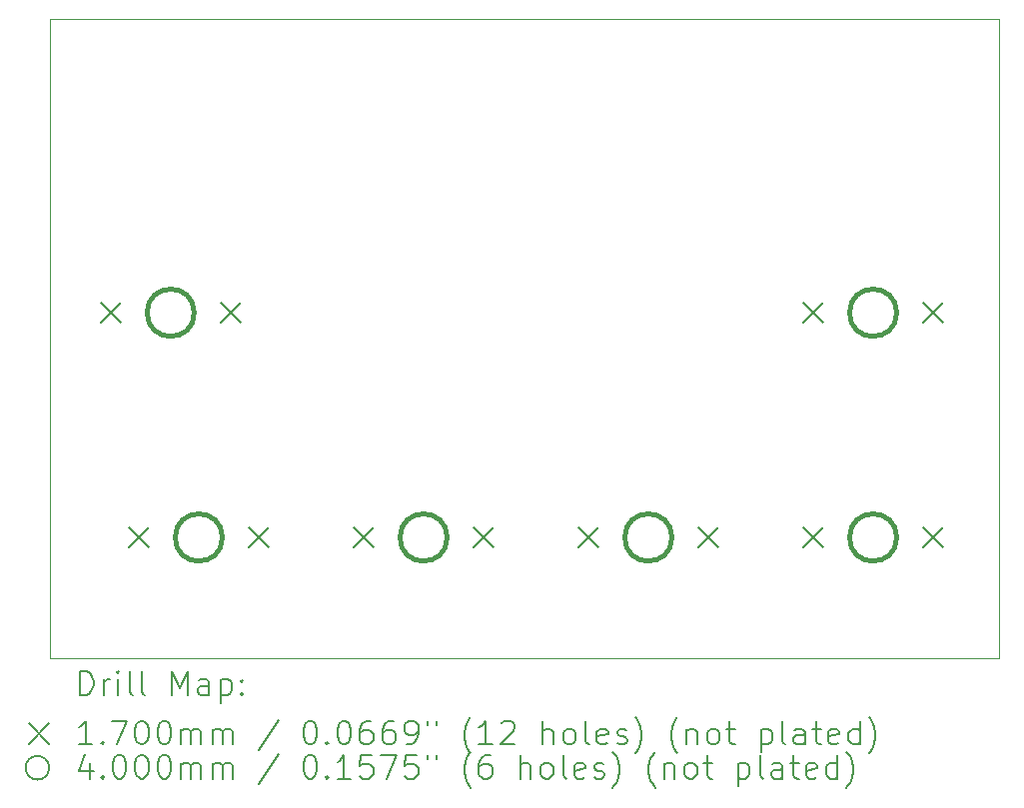
<source format=gbr>
%TF.GenerationSoftware,KiCad,Pcbnew,9.0.6*%
%TF.CreationDate,2025-12-08T21:16:02+04:00*%
%TF.ProjectId,L3MON hackpad,4c334d4f-4e20-4686-9163-6b7061642e6b,rev?*%
%TF.SameCoordinates,Original*%
%TF.FileFunction,Drillmap*%
%TF.FilePolarity,Positive*%
%FSLAX45Y45*%
G04 Gerber Fmt 4.5, Leading zero omitted, Abs format (unit mm)*
G04 Created by KiCad (PCBNEW 9.0.6) date 2025-12-08 21:16:02*
%MOMM*%
%LPD*%
G01*
G04 APERTURE LIST*
%ADD10C,0.050000*%
%ADD11C,0.200000*%
%ADD12C,0.170000*%
%ADD13C,0.400000*%
G04 APERTURE END LIST*
D10*
X9688375Y-3228000D02*
X17737625Y-3228000D01*
X17737625Y-8639875D01*
X9688375Y-8639875D01*
X9688375Y-3228000D01*
D11*
D12*
X10122625Y-5630000D02*
X10292625Y-5800000D01*
X10292625Y-5630000D02*
X10122625Y-5800000D01*
X10360750Y-7535000D02*
X10530750Y-7705000D01*
X10530750Y-7535000D02*
X10360750Y-7705000D01*
X11138625Y-5630000D02*
X11308625Y-5800000D01*
X11308625Y-5630000D02*
X11138625Y-5800000D01*
X11376750Y-7535000D02*
X11546750Y-7705000D01*
X11546750Y-7535000D02*
X11376750Y-7705000D01*
X12265750Y-7535000D02*
X12435750Y-7705000D01*
X12435750Y-7535000D02*
X12265750Y-7705000D01*
X13281750Y-7535000D02*
X13451750Y-7705000D01*
X13451750Y-7535000D02*
X13281750Y-7705000D01*
X14170750Y-7535000D02*
X14340750Y-7705000D01*
X14340750Y-7535000D02*
X14170750Y-7705000D01*
X15186750Y-7535000D02*
X15356750Y-7705000D01*
X15356750Y-7535000D02*
X15186750Y-7705000D01*
X16075750Y-5630000D02*
X16245750Y-5800000D01*
X16245750Y-5630000D02*
X16075750Y-5800000D01*
X16075750Y-7535000D02*
X16245750Y-7705000D01*
X16245750Y-7535000D02*
X16075750Y-7705000D01*
X17091750Y-5630000D02*
X17261750Y-5800000D01*
X17261750Y-5630000D02*
X17091750Y-5800000D01*
X17091750Y-7535000D02*
X17261750Y-7705000D01*
X17261750Y-7535000D02*
X17091750Y-7705000D01*
D13*
X10915625Y-5715000D02*
G75*
G02*
X10515625Y-5715000I-200000J0D01*
G01*
X10515625Y-5715000D02*
G75*
G02*
X10915625Y-5715000I200000J0D01*
G01*
X11153750Y-7620000D02*
G75*
G02*
X10753750Y-7620000I-200000J0D01*
G01*
X10753750Y-7620000D02*
G75*
G02*
X11153750Y-7620000I200000J0D01*
G01*
X13058750Y-7620000D02*
G75*
G02*
X12658750Y-7620000I-200000J0D01*
G01*
X12658750Y-7620000D02*
G75*
G02*
X13058750Y-7620000I200000J0D01*
G01*
X14963750Y-7620000D02*
G75*
G02*
X14563750Y-7620000I-200000J0D01*
G01*
X14563750Y-7620000D02*
G75*
G02*
X14963750Y-7620000I200000J0D01*
G01*
X16868750Y-5715000D02*
G75*
G02*
X16468750Y-5715000I-200000J0D01*
G01*
X16468750Y-5715000D02*
G75*
G02*
X16868750Y-5715000I200000J0D01*
G01*
X16868750Y-7620000D02*
G75*
G02*
X16468750Y-7620000I-200000J0D01*
G01*
X16468750Y-7620000D02*
G75*
G02*
X16868750Y-7620000I200000J0D01*
G01*
D11*
X9946652Y-8953859D02*
X9946652Y-8753859D01*
X9946652Y-8753859D02*
X9994271Y-8753859D01*
X9994271Y-8753859D02*
X10022842Y-8763383D01*
X10022842Y-8763383D02*
X10041890Y-8782430D01*
X10041890Y-8782430D02*
X10051414Y-8801478D01*
X10051414Y-8801478D02*
X10060938Y-8839573D01*
X10060938Y-8839573D02*
X10060938Y-8868145D01*
X10060938Y-8868145D02*
X10051414Y-8906240D01*
X10051414Y-8906240D02*
X10041890Y-8925287D01*
X10041890Y-8925287D02*
X10022842Y-8944335D01*
X10022842Y-8944335D02*
X9994271Y-8953859D01*
X9994271Y-8953859D02*
X9946652Y-8953859D01*
X10146652Y-8953859D02*
X10146652Y-8820525D01*
X10146652Y-8858621D02*
X10156176Y-8839573D01*
X10156176Y-8839573D02*
X10165699Y-8830049D01*
X10165699Y-8830049D02*
X10184747Y-8820525D01*
X10184747Y-8820525D02*
X10203795Y-8820525D01*
X10270461Y-8953859D02*
X10270461Y-8820525D01*
X10270461Y-8753859D02*
X10260938Y-8763383D01*
X10260938Y-8763383D02*
X10270461Y-8772906D01*
X10270461Y-8772906D02*
X10279985Y-8763383D01*
X10279985Y-8763383D02*
X10270461Y-8753859D01*
X10270461Y-8753859D02*
X10270461Y-8772906D01*
X10394271Y-8953859D02*
X10375223Y-8944335D01*
X10375223Y-8944335D02*
X10365699Y-8925287D01*
X10365699Y-8925287D02*
X10365699Y-8753859D01*
X10499033Y-8953859D02*
X10479985Y-8944335D01*
X10479985Y-8944335D02*
X10470461Y-8925287D01*
X10470461Y-8925287D02*
X10470461Y-8753859D01*
X10727604Y-8953859D02*
X10727604Y-8753859D01*
X10727604Y-8753859D02*
X10794271Y-8896716D01*
X10794271Y-8896716D02*
X10860938Y-8753859D01*
X10860938Y-8753859D02*
X10860938Y-8953859D01*
X11041890Y-8953859D02*
X11041890Y-8849097D01*
X11041890Y-8849097D02*
X11032366Y-8830049D01*
X11032366Y-8830049D02*
X11013319Y-8820525D01*
X11013319Y-8820525D02*
X10975223Y-8820525D01*
X10975223Y-8820525D02*
X10956176Y-8830049D01*
X11041890Y-8944335D02*
X11022842Y-8953859D01*
X11022842Y-8953859D02*
X10975223Y-8953859D01*
X10975223Y-8953859D02*
X10956176Y-8944335D01*
X10956176Y-8944335D02*
X10946652Y-8925287D01*
X10946652Y-8925287D02*
X10946652Y-8906240D01*
X10946652Y-8906240D02*
X10956176Y-8887192D01*
X10956176Y-8887192D02*
X10975223Y-8877668D01*
X10975223Y-8877668D02*
X11022842Y-8877668D01*
X11022842Y-8877668D02*
X11041890Y-8868145D01*
X11137128Y-8820525D02*
X11137128Y-9020525D01*
X11137128Y-8830049D02*
X11156176Y-8820525D01*
X11156176Y-8820525D02*
X11194271Y-8820525D01*
X11194271Y-8820525D02*
X11213318Y-8830049D01*
X11213318Y-8830049D02*
X11222842Y-8839573D01*
X11222842Y-8839573D02*
X11232366Y-8858621D01*
X11232366Y-8858621D02*
X11232366Y-8915764D01*
X11232366Y-8915764D02*
X11222842Y-8934811D01*
X11222842Y-8934811D02*
X11213318Y-8944335D01*
X11213318Y-8944335D02*
X11194271Y-8953859D01*
X11194271Y-8953859D02*
X11156176Y-8953859D01*
X11156176Y-8953859D02*
X11137128Y-8944335D01*
X11318080Y-8934811D02*
X11327604Y-8944335D01*
X11327604Y-8944335D02*
X11318080Y-8953859D01*
X11318080Y-8953859D02*
X11308557Y-8944335D01*
X11308557Y-8944335D02*
X11318080Y-8934811D01*
X11318080Y-8934811D02*
X11318080Y-8953859D01*
X11318080Y-8830049D02*
X11327604Y-8839573D01*
X11327604Y-8839573D02*
X11318080Y-8849097D01*
X11318080Y-8849097D02*
X11308557Y-8839573D01*
X11308557Y-8839573D02*
X11318080Y-8830049D01*
X11318080Y-8830049D02*
X11318080Y-8849097D01*
D12*
X9515875Y-9197375D02*
X9685875Y-9367375D01*
X9685875Y-9197375D02*
X9515875Y-9367375D01*
D11*
X10051414Y-9373859D02*
X9937128Y-9373859D01*
X9994271Y-9373859D02*
X9994271Y-9173859D01*
X9994271Y-9173859D02*
X9975223Y-9202430D01*
X9975223Y-9202430D02*
X9956176Y-9221478D01*
X9956176Y-9221478D02*
X9937128Y-9231002D01*
X10137128Y-9354811D02*
X10146652Y-9364335D01*
X10146652Y-9364335D02*
X10137128Y-9373859D01*
X10137128Y-9373859D02*
X10127604Y-9364335D01*
X10127604Y-9364335D02*
X10137128Y-9354811D01*
X10137128Y-9354811D02*
X10137128Y-9373859D01*
X10213319Y-9173859D02*
X10346652Y-9173859D01*
X10346652Y-9173859D02*
X10260938Y-9373859D01*
X10460938Y-9173859D02*
X10479985Y-9173859D01*
X10479985Y-9173859D02*
X10499033Y-9183383D01*
X10499033Y-9183383D02*
X10508557Y-9192906D01*
X10508557Y-9192906D02*
X10518080Y-9211954D01*
X10518080Y-9211954D02*
X10527604Y-9250049D01*
X10527604Y-9250049D02*
X10527604Y-9297668D01*
X10527604Y-9297668D02*
X10518080Y-9335764D01*
X10518080Y-9335764D02*
X10508557Y-9354811D01*
X10508557Y-9354811D02*
X10499033Y-9364335D01*
X10499033Y-9364335D02*
X10479985Y-9373859D01*
X10479985Y-9373859D02*
X10460938Y-9373859D01*
X10460938Y-9373859D02*
X10441890Y-9364335D01*
X10441890Y-9364335D02*
X10432366Y-9354811D01*
X10432366Y-9354811D02*
X10422842Y-9335764D01*
X10422842Y-9335764D02*
X10413319Y-9297668D01*
X10413319Y-9297668D02*
X10413319Y-9250049D01*
X10413319Y-9250049D02*
X10422842Y-9211954D01*
X10422842Y-9211954D02*
X10432366Y-9192906D01*
X10432366Y-9192906D02*
X10441890Y-9183383D01*
X10441890Y-9183383D02*
X10460938Y-9173859D01*
X10651414Y-9173859D02*
X10670461Y-9173859D01*
X10670461Y-9173859D02*
X10689509Y-9183383D01*
X10689509Y-9183383D02*
X10699033Y-9192906D01*
X10699033Y-9192906D02*
X10708557Y-9211954D01*
X10708557Y-9211954D02*
X10718080Y-9250049D01*
X10718080Y-9250049D02*
X10718080Y-9297668D01*
X10718080Y-9297668D02*
X10708557Y-9335764D01*
X10708557Y-9335764D02*
X10699033Y-9354811D01*
X10699033Y-9354811D02*
X10689509Y-9364335D01*
X10689509Y-9364335D02*
X10670461Y-9373859D01*
X10670461Y-9373859D02*
X10651414Y-9373859D01*
X10651414Y-9373859D02*
X10632366Y-9364335D01*
X10632366Y-9364335D02*
X10622842Y-9354811D01*
X10622842Y-9354811D02*
X10613319Y-9335764D01*
X10613319Y-9335764D02*
X10603795Y-9297668D01*
X10603795Y-9297668D02*
X10603795Y-9250049D01*
X10603795Y-9250049D02*
X10613319Y-9211954D01*
X10613319Y-9211954D02*
X10622842Y-9192906D01*
X10622842Y-9192906D02*
X10632366Y-9183383D01*
X10632366Y-9183383D02*
X10651414Y-9173859D01*
X10803795Y-9373859D02*
X10803795Y-9240525D01*
X10803795Y-9259573D02*
X10813319Y-9250049D01*
X10813319Y-9250049D02*
X10832366Y-9240525D01*
X10832366Y-9240525D02*
X10860938Y-9240525D01*
X10860938Y-9240525D02*
X10879985Y-9250049D01*
X10879985Y-9250049D02*
X10889509Y-9269097D01*
X10889509Y-9269097D02*
X10889509Y-9373859D01*
X10889509Y-9269097D02*
X10899033Y-9250049D01*
X10899033Y-9250049D02*
X10918080Y-9240525D01*
X10918080Y-9240525D02*
X10946652Y-9240525D01*
X10946652Y-9240525D02*
X10965700Y-9250049D01*
X10965700Y-9250049D02*
X10975223Y-9269097D01*
X10975223Y-9269097D02*
X10975223Y-9373859D01*
X11070461Y-9373859D02*
X11070461Y-9240525D01*
X11070461Y-9259573D02*
X11079985Y-9250049D01*
X11079985Y-9250049D02*
X11099033Y-9240525D01*
X11099033Y-9240525D02*
X11127604Y-9240525D01*
X11127604Y-9240525D02*
X11146652Y-9250049D01*
X11146652Y-9250049D02*
X11156176Y-9269097D01*
X11156176Y-9269097D02*
X11156176Y-9373859D01*
X11156176Y-9269097D02*
X11165700Y-9250049D01*
X11165700Y-9250049D02*
X11184747Y-9240525D01*
X11184747Y-9240525D02*
X11213318Y-9240525D01*
X11213318Y-9240525D02*
X11232366Y-9250049D01*
X11232366Y-9250049D02*
X11241890Y-9269097D01*
X11241890Y-9269097D02*
X11241890Y-9373859D01*
X11632366Y-9164335D02*
X11460938Y-9421478D01*
X11889509Y-9173859D02*
X11908557Y-9173859D01*
X11908557Y-9173859D02*
X11927604Y-9183383D01*
X11927604Y-9183383D02*
X11937128Y-9192906D01*
X11937128Y-9192906D02*
X11946652Y-9211954D01*
X11946652Y-9211954D02*
X11956176Y-9250049D01*
X11956176Y-9250049D02*
X11956176Y-9297668D01*
X11956176Y-9297668D02*
X11946652Y-9335764D01*
X11946652Y-9335764D02*
X11937128Y-9354811D01*
X11937128Y-9354811D02*
X11927604Y-9364335D01*
X11927604Y-9364335D02*
X11908557Y-9373859D01*
X11908557Y-9373859D02*
X11889509Y-9373859D01*
X11889509Y-9373859D02*
X11870461Y-9364335D01*
X11870461Y-9364335D02*
X11860938Y-9354811D01*
X11860938Y-9354811D02*
X11851414Y-9335764D01*
X11851414Y-9335764D02*
X11841890Y-9297668D01*
X11841890Y-9297668D02*
X11841890Y-9250049D01*
X11841890Y-9250049D02*
X11851414Y-9211954D01*
X11851414Y-9211954D02*
X11860938Y-9192906D01*
X11860938Y-9192906D02*
X11870461Y-9183383D01*
X11870461Y-9183383D02*
X11889509Y-9173859D01*
X12041890Y-9354811D02*
X12051414Y-9364335D01*
X12051414Y-9364335D02*
X12041890Y-9373859D01*
X12041890Y-9373859D02*
X12032366Y-9364335D01*
X12032366Y-9364335D02*
X12041890Y-9354811D01*
X12041890Y-9354811D02*
X12041890Y-9373859D01*
X12175223Y-9173859D02*
X12194271Y-9173859D01*
X12194271Y-9173859D02*
X12213319Y-9183383D01*
X12213319Y-9183383D02*
X12222842Y-9192906D01*
X12222842Y-9192906D02*
X12232366Y-9211954D01*
X12232366Y-9211954D02*
X12241890Y-9250049D01*
X12241890Y-9250049D02*
X12241890Y-9297668D01*
X12241890Y-9297668D02*
X12232366Y-9335764D01*
X12232366Y-9335764D02*
X12222842Y-9354811D01*
X12222842Y-9354811D02*
X12213319Y-9364335D01*
X12213319Y-9364335D02*
X12194271Y-9373859D01*
X12194271Y-9373859D02*
X12175223Y-9373859D01*
X12175223Y-9373859D02*
X12156176Y-9364335D01*
X12156176Y-9364335D02*
X12146652Y-9354811D01*
X12146652Y-9354811D02*
X12137128Y-9335764D01*
X12137128Y-9335764D02*
X12127604Y-9297668D01*
X12127604Y-9297668D02*
X12127604Y-9250049D01*
X12127604Y-9250049D02*
X12137128Y-9211954D01*
X12137128Y-9211954D02*
X12146652Y-9192906D01*
X12146652Y-9192906D02*
X12156176Y-9183383D01*
X12156176Y-9183383D02*
X12175223Y-9173859D01*
X12413319Y-9173859D02*
X12375223Y-9173859D01*
X12375223Y-9173859D02*
X12356176Y-9183383D01*
X12356176Y-9183383D02*
X12346652Y-9192906D01*
X12346652Y-9192906D02*
X12327604Y-9221478D01*
X12327604Y-9221478D02*
X12318081Y-9259573D01*
X12318081Y-9259573D02*
X12318081Y-9335764D01*
X12318081Y-9335764D02*
X12327604Y-9354811D01*
X12327604Y-9354811D02*
X12337128Y-9364335D01*
X12337128Y-9364335D02*
X12356176Y-9373859D01*
X12356176Y-9373859D02*
X12394271Y-9373859D01*
X12394271Y-9373859D02*
X12413319Y-9364335D01*
X12413319Y-9364335D02*
X12422842Y-9354811D01*
X12422842Y-9354811D02*
X12432366Y-9335764D01*
X12432366Y-9335764D02*
X12432366Y-9288145D01*
X12432366Y-9288145D02*
X12422842Y-9269097D01*
X12422842Y-9269097D02*
X12413319Y-9259573D01*
X12413319Y-9259573D02*
X12394271Y-9250049D01*
X12394271Y-9250049D02*
X12356176Y-9250049D01*
X12356176Y-9250049D02*
X12337128Y-9259573D01*
X12337128Y-9259573D02*
X12327604Y-9269097D01*
X12327604Y-9269097D02*
X12318081Y-9288145D01*
X12603795Y-9173859D02*
X12565700Y-9173859D01*
X12565700Y-9173859D02*
X12546652Y-9183383D01*
X12546652Y-9183383D02*
X12537128Y-9192906D01*
X12537128Y-9192906D02*
X12518081Y-9221478D01*
X12518081Y-9221478D02*
X12508557Y-9259573D01*
X12508557Y-9259573D02*
X12508557Y-9335764D01*
X12508557Y-9335764D02*
X12518081Y-9354811D01*
X12518081Y-9354811D02*
X12527604Y-9364335D01*
X12527604Y-9364335D02*
X12546652Y-9373859D01*
X12546652Y-9373859D02*
X12584747Y-9373859D01*
X12584747Y-9373859D02*
X12603795Y-9364335D01*
X12603795Y-9364335D02*
X12613319Y-9354811D01*
X12613319Y-9354811D02*
X12622842Y-9335764D01*
X12622842Y-9335764D02*
X12622842Y-9288145D01*
X12622842Y-9288145D02*
X12613319Y-9269097D01*
X12613319Y-9269097D02*
X12603795Y-9259573D01*
X12603795Y-9259573D02*
X12584747Y-9250049D01*
X12584747Y-9250049D02*
X12546652Y-9250049D01*
X12546652Y-9250049D02*
X12527604Y-9259573D01*
X12527604Y-9259573D02*
X12518081Y-9269097D01*
X12518081Y-9269097D02*
X12508557Y-9288145D01*
X12718081Y-9373859D02*
X12756176Y-9373859D01*
X12756176Y-9373859D02*
X12775223Y-9364335D01*
X12775223Y-9364335D02*
X12784747Y-9354811D01*
X12784747Y-9354811D02*
X12803795Y-9326240D01*
X12803795Y-9326240D02*
X12813319Y-9288145D01*
X12813319Y-9288145D02*
X12813319Y-9211954D01*
X12813319Y-9211954D02*
X12803795Y-9192906D01*
X12803795Y-9192906D02*
X12794271Y-9183383D01*
X12794271Y-9183383D02*
X12775223Y-9173859D01*
X12775223Y-9173859D02*
X12737128Y-9173859D01*
X12737128Y-9173859D02*
X12718081Y-9183383D01*
X12718081Y-9183383D02*
X12708557Y-9192906D01*
X12708557Y-9192906D02*
X12699033Y-9211954D01*
X12699033Y-9211954D02*
X12699033Y-9259573D01*
X12699033Y-9259573D02*
X12708557Y-9278621D01*
X12708557Y-9278621D02*
X12718081Y-9288145D01*
X12718081Y-9288145D02*
X12737128Y-9297668D01*
X12737128Y-9297668D02*
X12775223Y-9297668D01*
X12775223Y-9297668D02*
X12794271Y-9288145D01*
X12794271Y-9288145D02*
X12803795Y-9278621D01*
X12803795Y-9278621D02*
X12813319Y-9259573D01*
X12889509Y-9173859D02*
X12889509Y-9211954D01*
X12965700Y-9173859D02*
X12965700Y-9211954D01*
X13260938Y-9450049D02*
X13251414Y-9440525D01*
X13251414Y-9440525D02*
X13232366Y-9411954D01*
X13232366Y-9411954D02*
X13222843Y-9392906D01*
X13222843Y-9392906D02*
X13213319Y-9364335D01*
X13213319Y-9364335D02*
X13203795Y-9316716D01*
X13203795Y-9316716D02*
X13203795Y-9278621D01*
X13203795Y-9278621D02*
X13213319Y-9231002D01*
X13213319Y-9231002D02*
X13222843Y-9202430D01*
X13222843Y-9202430D02*
X13232366Y-9183383D01*
X13232366Y-9183383D02*
X13251414Y-9154811D01*
X13251414Y-9154811D02*
X13260938Y-9145287D01*
X13441890Y-9373859D02*
X13327604Y-9373859D01*
X13384747Y-9373859D02*
X13384747Y-9173859D01*
X13384747Y-9173859D02*
X13365700Y-9202430D01*
X13365700Y-9202430D02*
X13346652Y-9221478D01*
X13346652Y-9221478D02*
X13327604Y-9231002D01*
X13518081Y-9192906D02*
X13527604Y-9183383D01*
X13527604Y-9183383D02*
X13546652Y-9173859D01*
X13546652Y-9173859D02*
X13594271Y-9173859D01*
X13594271Y-9173859D02*
X13613319Y-9183383D01*
X13613319Y-9183383D02*
X13622843Y-9192906D01*
X13622843Y-9192906D02*
X13632366Y-9211954D01*
X13632366Y-9211954D02*
X13632366Y-9231002D01*
X13632366Y-9231002D02*
X13622843Y-9259573D01*
X13622843Y-9259573D02*
X13508557Y-9373859D01*
X13508557Y-9373859D02*
X13632366Y-9373859D01*
X13870462Y-9373859D02*
X13870462Y-9173859D01*
X13956176Y-9373859D02*
X13956176Y-9269097D01*
X13956176Y-9269097D02*
X13946652Y-9250049D01*
X13946652Y-9250049D02*
X13927605Y-9240525D01*
X13927605Y-9240525D02*
X13899033Y-9240525D01*
X13899033Y-9240525D02*
X13879985Y-9250049D01*
X13879985Y-9250049D02*
X13870462Y-9259573D01*
X14079985Y-9373859D02*
X14060938Y-9364335D01*
X14060938Y-9364335D02*
X14051414Y-9354811D01*
X14051414Y-9354811D02*
X14041890Y-9335764D01*
X14041890Y-9335764D02*
X14041890Y-9278621D01*
X14041890Y-9278621D02*
X14051414Y-9259573D01*
X14051414Y-9259573D02*
X14060938Y-9250049D01*
X14060938Y-9250049D02*
X14079985Y-9240525D01*
X14079985Y-9240525D02*
X14108557Y-9240525D01*
X14108557Y-9240525D02*
X14127605Y-9250049D01*
X14127605Y-9250049D02*
X14137128Y-9259573D01*
X14137128Y-9259573D02*
X14146652Y-9278621D01*
X14146652Y-9278621D02*
X14146652Y-9335764D01*
X14146652Y-9335764D02*
X14137128Y-9354811D01*
X14137128Y-9354811D02*
X14127605Y-9364335D01*
X14127605Y-9364335D02*
X14108557Y-9373859D01*
X14108557Y-9373859D02*
X14079985Y-9373859D01*
X14260938Y-9373859D02*
X14241890Y-9364335D01*
X14241890Y-9364335D02*
X14232366Y-9345287D01*
X14232366Y-9345287D02*
X14232366Y-9173859D01*
X14413319Y-9364335D02*
X14394271Y-9373859D01*
X14394271Y-9373859D02*
X14356176Y-9373859D01*
X14356176Y-9373859D02*
X14337128Y-9364335D01*
X14337128Y-9364335D02*
X14327605Y-9345287D01*
X14327605Y-9345287D02*
X14327605Y-9269097D01*
X14327605Y-9269097D02*
X14337128Y-9250049D01*
X14337128Y-9250049D02*
X14356176Y-9240525D01*
X14356176Y-9240525D02*
X14394271Y-9240525D01*
X14394271Y-9240525D02*
X14413319Y-9250049D01*
X14413319Y-9250049D02*
X14422843Y-9269097D01*
X14422843Y-9269097D02*
X14422843Y-9288145D01*
X14422843Y-9288145D02*
X14327605Y-9307192D01*
X14499033Y-9364335D02*
X14518081Y-9373859D01*
X14518081Y-9373859D02*
X14556176Y-9373859D01*
X14556176Y-9373859D02*
X14575224Y-9364335D01*
X14575224Y-9364335D02*
X14584747Y-9345287D01*
X14584747Y-9345287D02*
X14584747Y-9335764D01*
X14584747Y-9335764D02*
X14575224Y-9316716D01*
X14575224Y-9316716D02*
X14556176Y-9307192D01*
X14556176Y-9307192D02*
X14527605Y-9307192D01*
X14527605Y-9307192D02*
X14508557Y-9297668D01*
X14508557Y-9297668D02*
X14499033Y-9278621D01*
X14499033Y-9278621D02*
X14499033Y-9269097D01*
X14499033Y-9269097D02*
X14508557Y-9250049D01*
X14508557Y-9250049D02*
X14527605Y-9240525D01*
X14527605Y-9240525D02*
X14556176Y-9240525D01*
X14556176Y-9240525D02*
X14575224Y-9250049D01*
X14651414Y-9450049D02*
X14660938Y-9440525D01*
X14660938Y-9440525D02*
X14679986Y-9411954D01*
X14679986Y-9411954D02*
X14689509Y-9392906D01*
X14689509Y-9392906D02*
X14699033Y-9364335D01*
X14699033Y-9364335D02*
X14708557Y-9316716D01*
X14708557Y-9316716D02*
X14708557Y-9278621D01*
X14708557Y-9278621D02*
X14699033Y-9231002D01*
X14699033Y-9231002D02*
X14689509Y-9202430D01*
X14689509Y-9202430D02*
X14679986Y-9183383D01*
X14679986Y-9183383D02*
X14660938Y-9154811D01*
X14660938Y-9154811D02*
X14651414Y-9145287D01*
X15013319Y-9450049D02*
X15003795Y-9440525D01*
X15003795Y-9440525D02*
X14984747Y-9411954D01*
X14984747Y-9411954D02*
X14975224Y-9392906D01*
X14975224Y-9392906D02*
X14965700Y-9364335D01*
X14965700Y-9364335D02*
X14956176Y-9316716D01*
X14956176Y-9316716D02*
X14956176Y-9278621D01*
X14956176Y-9278621D02*
X14965700Y-9231002D01*
X14965700Y-9231002D02*
X14975224Y-9202430D01*
X14975224Y-9202430D02*
X14984747Y-9183383D01*
X14984747Y-9183383D02*
X15003795Y-9154811D01*
X15003795Y-9154811D02*
X15013319Y-9145287D01*
X15089509Y-9240525D02*
X15089509Y-9373859D01*
X15089509Y-9259573D02*
X15099033Y-9250049D01*
X15099033Y-9250049D02*
X15118081Y-9240525D01*
X15118081Y-9240525D02*
X15146652Y-9240525D01*
X15146652Y-9240525D02*
X15165700Y-9250049D01*
X15165700Y-9250049D02*
X15175224Y-9269097D01*
X15175224Y-9269097D02*
X15175224Y-9373859D01*
X15299033Y-9373859D02*
X15279986Y-9364335D01*
X15279986Y-9364335D02*
X15270462Y-9354811D01*
X15270462Y-9354811D02*
X15260938Y-9335764D01*
X15260938Y-9335764D02*
X15260938Y-9278621D01*
X15260938Y-9278621D02*
X15270462Y-9259573D01*
X15270462Y-9259573D02*
X15279986Y-9250049D01*
X15279986Y-9250049D02*
X15299033Y-9240525D01*
X15299033Y-9240525D02*
X15327605Y-9240525D01*
X15327605Y-9240525D02*
X15346652Y-9250049D01*
X15346652Y-9250049D02*
X15356176Y-9259573D01*
X15356176Y-9259573D02*
X15365700Y-9278621D01*
X15365700Y-9278621D02*
X15365700Y-9335764D01*
X15365700Y-9335764D02*
X15356176Y-9354811D01*
X15356176Y-9354811D02*
X15346652Y-9364335D01*
X15346652Y-9364335D02*
X15327605Y-9373859D01*
X15327605Y-9373859D02*
X15299033Y-9373859D01*
X15422843Y-9240525D02*
X15499033Y-9240525D01*
X15451414Y-9173859D02*
X15451414Y-9345287D01*
X15451414Y-9345287D02*
X15460938Y-9364335D01*
X15460938Y-9364335D02*
X15479986Y-9373859D01*
X15479986Y-9373859D02*
X15499033Y-9373859D01*
X15718081Y-9240525D02*
X15718081Y-9440525D01*
X15718081Y-9250049D02*
X15737128Y-9240525D01*
X15737128Y-9240525D02*
X15775224Y-9240525D01*
X15775224Y-9240525D02*
X15794271Y-9250049D01*
X15794271Y-9250049D02*
X15803795Y-9259573D01*
X15803795Y-9259573D02*
X15813319Y-9278621D01*
X15813319Y-9278621D02*
X15813319Y-9335764D01*
X15813319Y-9335764D02*
X15803795Y-9354811D01*
X15803795Y-9354811D02*
X15794271Y-9364335D01*
X15794271Y-9364335D02*
X15775224Y-9373859D01*
X15775224Y-9373859D02*
X15737128Y-9373859D01*
X15737128Y-9373859D02*
X15718081Y-9364335D01*
X15927605Y-9373859D02*
X15908557Y-9364335D01*
X15908557Y-9364335D02*
X15899033Y-9345287D01*
X15899033Y-9345287D02*
X15899033Y-9173859D01*
X16089509Y-9373859D02*
X16089509Y-9269097D01*
X16089509Y-9269097D02*
X16079986Y-9250049D01*
X16079986Y-9250049D02*
X16060938Y-9240525D01*
X16060938Y-9240525D02*
X16022843Y-9240525D01*
X16022843Y-9240525D02*
X16003795Y-9250049D01*
X16089509Y-9364335D02*
X16070462Y-9373859D01*
X16070462Y-9373859D02*
X16022843Y-9373859D01*
X16022843Y-9373859D02*
X16003795Y-9364335D01*
X16003795Y-9364335D02*
X15994271Y-9345287D01*
X15994271Y-9345287D02*
X15994271Y-9326240D01*
X15994271Y-9326240D02*
X16003795Y-9307192D01*
X16003795Y-9307192D02*
X16022843Y-9297668D01*
X16022843Y-9297668D02*
X16070462Y-9297668D01*
X16070462Y-9297668D02*
X16089509Y-9288145D01*
X16156176Y-9240525D02*
X16232367Y-9240525D01*
X16184748Y-9173859D02*
X16184748Y-9345287D01*
X16184748Y-9345287D02*
X16194271Y-9364335D01*
X16194271Y-9364335D02*
X16213319Y-9373859D01*
X16213319Y-9373859D02*
X16232367Y-9373859D01*
X16375224Y-9364335D02*
X16356176Y-9373859D01*
X16356176Y-9373859D02*
X16318081Y-9373859D01*
X16318081Y-9373859D02*
X16299033Y-9364335D01*
X16299033Y-9364335D02*
X16289509Y-9345287D01*
X16289509Y-9345287D02*
X16289509Y-9269097D01*
X16289509Y-9269097D02*
X16299033Y-9250049D01*
X16299033Y-9250049D02*
X16318081Y-9240525D01*
X16318081Y-9240525D02*
X16356176Y-9240525D01*
X16356176Y-9240525D02*
X16375224Y-9250049D01*
X16375224Y-9250049D02*
X16384748Y-9269097D01*
X16384748Y-9269097D02*
X16384748Y-9288145D01*
X16384748Y-9288145D02*
X16289509Y-9307192D01*
X16556176Y-9373859D02*
X16556176Y-9173859D01*
X16556176Y-9364335D02*
X16537129Y-9373859D01*
X16537129Y-9373859D02*
X16499033Y-9373859D01*
X16499033Y-9373859D02*
X16479986Y-9364335D01*
X16479986Y-9364335D02*
X16470462Y-9354811D01*
X16470462Y-9354811D02*
X16460938Y-9335764D01*
X16460938Y-9335764D02*
X16460938Y-9278621D01*
X16460938Y-9278621D02*
X16470462Y-9259573D01*
X16470462Y-9259573D02*
X16479986Y-9250049D01*
X16479986Y-9250049D02*
X16499033Y-9240525D01*
X16499033Y-9240525D02*
X16537129Y-9240525D01*
X16537129Y-9240525D02*
X16556176Y-9250049D01*
X16632367Y-9450049D02*
X16641890Y-9440525D01*
X16641890Y-9440525D02*
X16660938Y-9411954D01*
X16660938Y-9411954D02*
X16670462Y-9392906D01*
X16670462Y-9392906D02*
X16679986Y-9364335D01*
X16679986Y-9364335D02*
X16689509Y-9316716D01*
X16689509Y-9316716D02*
X16689509Y-9278621D01*
X16689509Y-9278621D02*
X16679986Y-9231002D01*
X16679986Y-9231002D02*
X16670462Y-9202430D01*
X16670462Y-9202430D02*
X16660938Y-9183383D01*
X16660938Y-9183383D02*
X16641890Y-9154811D01*
X16641890Y-9154811D02*
X16632367Y-9145287D01*
X9685875Y-9572375D02*
G75*
G02*
X9485875Y-9572375I-100000J0D01*
G01*
X9485875Y-9572375D02*
G75*
G02*
X9685875Y-9572375I100000J0D01*
G01*
X10032366Y-9530525D02*
X10032366Y-9663859D01*
X9984747Y-9454335D02*
X9937128Y-9597192D01*
X9937128Y-9597192D02*
X10060938Y-9597192D01*
X10137128Y-9644811D02*
X10146652Y-9654335D01*
X10146652Y-9654335D02*
X10137128Y-9663859D01*
X10137128Y-9663859D02*
X10127604Y-9654335D01*
X10127604Y-9654335D02*
X10137128Y-9644811D01*
X10137128Y-9644811D02*
X10137128Y-9663859D01*
X10270461Y-9463859D02*
X10289509Y-9463859D01*
X10289509Y-9463859D02*
X10308557Y-9473383D01*
X10308557Y-9473383D02*
X10318080Y-9482906D01*
X10318080Y-9482906D02*
X10327604Y-9501954D01*
X10327604Y-9501954D02*
X10337128Y-9540049D01*
X10337128Y-9540049D02*
X10337128Y-9587668D01*
X10337128Y-9587668D02*
X10327604Y-9625764D01*
X10327604Y-9625764D02*
X10318080Y-9644811D01*
X10318080Y-9644811D02*
X10308557Y-9654335D01*
X10308557Y-9654335D02*
X10289509Y-9663859D01*
X10289509Y-9663859D02*
X10270461Y-9663859D01*
X10270461Y-9663859D02*
X10251414Y-9654335D01*
X10251414Y-9654335D02*
X10241890Y-9644811D01*
X10241890Y-9644811D02*
X10232366Y-9625764D01*
X10232366Y-9625764D02*
X10222842Y-9587668D01*
X10222842Y-9587668D02*
X10222842Y-9540049D01*
X10222842Y-9540049D02*
X10232366Y-9501954D01*
X10232366Y-9501954D02*
X10241890Y-9482906D01*
X10241890Y-9482906D02*
X10251414Y-9473383D01*
X10251414Y-9473383D02*
X10270461Y-9463859D01*
X10460938Y-9463859D02*
X10479985Y-9463859D01*
X10479985Y-9463859D02*
X10499033Y-9473383D01*
X10499033Y-9473383D02*
X10508557Y-9482906D01*
X10508557Y-9482906D02*
X10518080Y-9501954D01*
X10518080Y-9501954D02*
X10527604Y-9540049D01*
X10527604Y-9540049D02*
X10527604Y-9587668D01*
X10527604Y-9587668D02*
X10518080Y-9625764D01*
X10518080Y-9625764D02*
X10508557Y-9644811D01*
X10508557Y-9644811D02*
X10499033Y-9654335D01*
X10499033Y-9654335D02*
X10479985Y-9663859D01*
X10479985Y-9663859D02*
X10460938Y-9663859D01*
X10460938Y-9663859D02*
X10441890Y-9654335D01*
X10441890Y-9654335D02*
X10432366Y-9644811D01*
X10432366Y-9644811D02*
X10422842Y-9625764D01*
X10422842Y-9625764D02*
X10413319Y-9587668D01*
X10413319Y-9587668D02*
X10413319Y-9540049D01*
X10413319Y-9540049D02*
X10422842Y-9501954D01*
X10422842Y-9501954D02*
X10432366Y-9482906D01*
X10432366Y-9482906D02*
X10441890Y-9473383D01*
X10441890Y-9473383D02*
X10460938Y-9463859D01*
X10651414Y-9463859D02*
X10670461Y-9463859D01*
X10670461Y-9463859D02*
X10689509Y-9473383D01*
X10689509Y-9473383D02*
X10699033Y-9482906D01*
X10699033Y-9482906D02*
X10708557Y-9501954D01*
X10708557Y-9501954D02*
X10718080Y-9540049D01*
X10718080Y-9540049D02*
X10718080Y-9587668D01*
X10718080Y-9587668D02*
X10708557Y-9625764D01*
X10708557Y-9625764D02*
X10699033Y-9644811D01*
X10699033Y-9644811D02*
X10689509Y-9654335D01*
X10689509Y-9654335D02*
X10670461Y-9663859D01*
X10670461Y-9663859D02*
X10651414Y-9663859D01*
X10651414Y-9663859D02*
X10632366Y-9654335D01*
X10632366Y-9654335D02*
X10622842Y-9644811D01*
X10622842Y-9644811D02*
X10613319Y-9625764D01*
X10613319Y-9625764D02*
X10603795Y-9587668D01*
X10603795Y-9587668D02*
X10603795Y-9540049D01*
X10603795Y-9540049D02*
X10613319Y-9501954D01*
X10613319Y-9501954D02*
X10622842Y-9482906D01*
X10622842Y-9482906D02*
X10632366Y-9473383D01*
X10632366Y-9473383D02*
X10651414Y-9463859D01*
X10803795Y-9663859D02*
X10803795Y-9530525D01*
X10803795Y-9549573D02*
X10813319Y-9540049D01*
X10813319Y-9540049D02*
X10832366Y-9530525D01*
X10832366Y-9530525D02*
X10860938Y-9530525D01*
X10860938Y-9530525D02*
X10879985Y-9540049D01*
X10879985Y-9540049D02*
X10889509Y-9559097D01*
X10889509Y-9559097D02*
X10889509Y-9663859D01*
X10889509Y-9559097D02*
X10899033Y-9540049D01*
X10899033Y-9540049D02*
X10918080Y-9530525D01*
X10918080Y-9530525D02*
X10946652Y-9530525D01*
X10946652Y-9530525D02*
X10965700Y-9540049D01*
X10965700Y-9540049D02*
X10975223Y-9559097D01*
X10975223Y-9559097D02*
X10975223Y-9663859D01*
X11070461Y-9663859D02*
X11070461Y-9530525D01*
X11070461Y-9549573D02*
X11079985Y-9540049D01*
X11079985Y-9540049D02*
X11099033Y-9530525D01*
X11099033Y-9530525D02*
X11127604Y-9530525D01*
X11127604Y-9530525D02*
X11146652Y-9540049D01*
X11146652Y-9540049D02*
X11156176Y-9559097D01*
X11156176Y-9559097D02*
X11156176Y-9663859D01*
X11156176Y-9559097D02*
X11165700Y-9540049D01*
X11165700Y-9540049D02*
X11184747Y-9530525D01*
X11184747Y-9530525D02*
X11213318Y-9530525D01*
X11213318Y-9530525D02*
X11232366Y-9540049D01*
X11232366Y-9540049D02*
X11241890Y-9559097D01*
X11241890Y-9559097D02*
X11241890Y-9663859D01*
X11632366Y-9454335D02*
X11460938Y-9711478D01*
X11889509Y-9463859D02*
X11908557Y-9463859D01*
X11908557Y-9463859D02*
X11927604Y-9473383D01*
X11927604Y-9473383D02*
X11937128Y-9482906D01*
X11937128Y-9482906D02*
X11946652Y-9501954D01*
X11946652Y-9501954D02*
X11956176Y-9540049D01*
X11956176Y-9540049D02*
X11956176Y-9587668D01*
X11956176Y-9587668D02*
X11946652Y-9625764D01*
X11946652Y-9625764D02*
X11937128Y-9644811D01*
X11937128Y-9644811D02*
X11927604Y-9654335D01*
X11927604Y-9654335D02*
X11908557Y-9663859D01*
X11908557Y-9663859D02*
X11889509Y-9663859D01*
X11889509Y-9663859D02*
X11870461Y-9654335D01*
X11870461Y-9654335D02*
X11860938Y-9644811D01*
X11860938Y-9644811D02*
X11851414Y-9625764D01*
X11851414Y-9625764D02*
X11841890Y-9587668D01*
X11841890Y-9587668D02*
X11841890Y-9540049D01*
X11841890Y-9540049D02*
X11851414Y-9501954D01*
X11851414Y-9501954D02*
X11860938Y-9482906D01*
X11860938Y-9482906D02*
X11870461Y-9473383D01*
X11870461Y-9473383D02*
X11889509Y-9463859D01*
X12041890Y-9644811D02*
X12051414Y-9654335D01*
X12051414Y-9654335D02*
X12041890Y-9663859D01*
X12041890Y-9663859D02*
X12032366Y-9654335D01*
X12032366Y-9654335D02*
X12041890Y-9644811D01*
X12041890Y-9644811D02*
X12041890Y-9663859D01*
X12241890Y-9663859D02*
X12127604Y-9663859D01*
X12184747Y-9663859D02*
X12184747Y-9463859D01*
X12184747Y-9463859D02*
X12165700Y-9492430D01*
X12165700Y-9492430D02*
X12146652Y-9511478D01*
X12146652Y-9511478D02*
X12127604Y-9521002D01*
X12422842Y-9463859D02*
X12327604Y-9463859D01*
X12327604Y-9463859D02*
X12318081Y-9559097D01*
X12318081Y-9559097D02*
X12327604Y-9549573D01*
X12327604Y-9549573D02*
X12346652Y-9540049D01*
X12346652Y-9540049D02*
X12394271Y-9540049D01*
X12394271Y-9540049D02*
X12413319Y-9549573D01*
X12413319Y-9549573D02*
X12422842Y-9559097D01*
X12422842Y-9559097D02*
X12432366Y-9578145D01*
X12432366Y-9578145D02*
X12432366Y-9625764D01*
X12432366Y-9625764D02*
X12422842Y-9644811D01*
X12422842Y-9644811D02*
X12413319Y-9654335D01*
X12413319Y-9654335D02*
X12394271Y-9663859D01*
X12394271Y-9663859D02*
X12346652Y-9663859D01*
X12346652Y-9663859D02*
X12327604Y-9654335D01*
X12327604Y-9654335D02*
X12318081Y-9644811D01*
X12499033Y-9463859D02*
X12632366Y-9463859D01*
X12632366Y-9463859D02*
X12546652Y-9663859D01*
X12803795Y-9463859D02*
X12708557Y-9463859D01*
X12708557Y-9463859D02*
X12699033Y-9559097D01*
X12699033Y-9559097D02*
X12708557Y-9549573D01*
X12708557Y-9549573D02*
X12727604Y-9540049D01*
X12727604Y-9540049D02*
X12775223Y-9540049D01*
X12775223Y-9540049D02*
X12794271Y-9549573D01*
X12794271Y-9549573D02*
X12803795Y-9559097D01*
X12803795Y-9559097D02*
X12813319Y-9578145D01*
X12813319Y-9578145D02*
X12813319Y-9625764D01*
X12813319Y-9625764D02*
X12803795Y-9644811D01*
X12803795Y-9644811D02*
X12794271Y-9654335D01*
X12794271Y-9654335D02*
X12775223Y-9663859D01*
X12775223Y-9663859D02*
X12727604Y-9663859D01*
X12727604Y-9663859D02*
X12708557Y-9654335D01*
X12708557Y-9654335D02*
X12699033Y-9644811D01*
X12889509Y-9463859D02*
X12889509Y-9501954D01*
X12965700Y-9463859D02*
X12965700Y-9501954D01*
X13260938Y-9740049D02*
X13251414Y-9730525D01*
X13251414Y-9730525D02*
X13232366Y-9701954D01*
X13232366Y-9701954D02*
X13222843Y-9682906D01*
X13222843Y-9682906D02*
X13213319Y-9654335D01*
X13213319Y-9654335D02*
X13203795Y-9606716D01*
X13203795Y-9606716D02*
X13203795Y-9568621D01*
X13203795Y-9568621D02*
X13213319Y-9521002D01*
X13213319Y-9521002D02*
X13222843Y-9492430D01*
X13222843Y-9492430D02*
X13232366Y-9473383D01*
X13232366Y-9473383D02*
X13251414Y-9444811D01*
X13251414Y-9444811D02*
X13260938Y-9435287D01*
X13422843Y-9463859D02*
X13384747Y-9463859D01*
X13384747Y-9463859D02*
X13365700Y-9473383D01*
X13365700Y-9473383D02*
X13356176Y-9482906D01*
X13356176Y-9482906D02*
X13337128Y-9511478D01*
X13337128Y-9511478D02*
X13327604Y-9549573D01*
X13327604Y-9549573D02*
X13327604Y-9625764D01*
X13327604Y-9625764D02*
X13337128Y-9644811D01*
X13337128Y-9644811D02*
X13346652Y-9654335D01*
X13346652Y-9654335D02*
X13365700Y-9663859D01*
X13365700Y-9663859D02*
X13403795Y-9663859D01*
X13403795Y-9663859D02*
X13422843Y-9654335D01*
X13422843Y-9654335D02*
X13432366Y-9644811D01*
X13432366Y-9644811D02*
X13441890Y-9625764D01*
X13441890Y-9625764D02*
X13441890Y-9578145D01*
X13441890Y-9578145D02*
X13432366Y-9559097D01*
X13432366Y-9559097D02*
X13422843Y-9549573D01*
X13422843Y-9549573D02*
X13403795Y-9540049D01*
X13403795Y-9540049D02*
X13365700Y-9540049D01*
X13365700Y-9540049D02*
X13346652Y-9549573D01*
X13346652Y-9549573D02*
X13337128Y-9559097D01*
X13337128Y-9559097D02*
X13327604Y-9578145D01*
X13679985Y-9663859D02*
X13679985Y-9463859D01*
X13765700Y-9663859D02*
X13765700Y-9559097D01*
X13765700Y-9559097D02*
X13756176Y-9540049D01*
X13756176Y-9540049D02*
X13737128Y-9530525D01*
X13737128Y-9530525D02*
X13708557Y-9530525D01*
X13708557Y-9530525D02*
X13689509Y-9540049D01*
X13689509Y-9540049D02*
X13679985Y-9549573D01*
X13889509Y-9663859D02*
X13870462Y-9654335D01*
X13870462Y-9654335D02*
X13860938Y-9644811D01*
X13860938Y-9644811D02*
X13851414Y-9625764D01*
X13851414Y-9625764D02*
X13851414Y-9568621D01*
X13851414Y-9568621D02*
X13860938Y-9549573D01*
X13860938Y-9549573D02*
X13870462Y-9540049D01*
X13870462Y-9540049D02*
X13889509Y-9530525D01*
X13889509Y-9530525D02*
X13918081Y-9530525D01*
X13918081Y-9530525D02*
X13937128Y-9540049D01*
X13937128Y-9540049D02*
X13946652Y-9549573D01*
X13946652Y-9549573D02*
X13956176Y-9568621D01*
X13956176Y-9568621D02*
X13956176Y-9625764D01*
X13956176Y-9625764D02*
X13946652Y-9644811D01*
X13946652Y-9644811D02*
X13937128Y-9654335D01*
X13937128Y-9654335D02*
X13918081Y-9663859D01*
X13918081Y-9663859D02*
X13889509Y-9663859D01*
X14070462Y-9663859D02*
X14051414Y-9654335D01*
X14051414Y-9654335D02*
X14041890Y-9635287D01*
X14041890Y-9635287D02*
X14041890Y-9463859D01*
X14222843Y-9654335D02*
X14203795Y-9663859D01*
X14203795Y-9663859D02*
X14165700Y-9663859D01*
X14165700Y-9663859D02*
X14146652Y-9654335D01*
X14146652Y-9654335D02*
X14137128Y-9635287D01*
X14137128Y-9635287D02*
X14137128Y-9559097D01*
X14137128Y-9559097D02*
X14146652Y-9540049D01*
X14146652Y-9540049D02*
X14165700Y-9530525D01*
X14165700Y-9530525D02*
X14203795Y-9530525D01*
X14203795Y-9530525D02*
X14222843Y-9540049D01*
X14222843Y-9540049D02*
X14232366Y-9559097D01*
X14232366Y-9559097D02*
X14232366Y-9578145D01*
X14232366Y-9578145D02*
X14137128Y-9597192D01*
X14308557Y-9654335D02*
X14327605Y-9663859D01*
X14327605Y-9663859D02*
X14365700Y-9663859D01*
X14365700Y-9663859D02*
X14384747Y-9654335D01*
X14384747Y-9654335D02*
X14394271Y-9635287D01*
X14394271Y-9635287D02*
X14394271Y-9625764D01*
X14394271Y-9625764D02*
X14384747Y-9606716D01*
X14384747Y-9606716D02*
X14365700Y-9597192D01*
X14365700Y-9597192D02*
X14337128Y-9597192D01*
X14337128Y-9597192D02*
X14318081Y-9587668D01*
X14318081Y-9587668D02*
X14308557Y-9568621D01*
X14308557Y-9568621D02*
X14308557Y-9559097D01*
X14308557Y-9559097D02*
X14318081Y-9540049D01*
X14318081Y-9540049D02*
X14337128Y-9530525D01*
X14337128Y-9530525D02*
X14365700Y-9530525D01*
X14365700Y-9530525D02*
X14384747Y-9540049D01*
X14460938Y-9740049D02*
X14470462Y-9730525D01*
X14470462Y-9730525D02*
X14489509Y-9701954D01*
X14489509Y-9701954D02*
X14499033Y-9682906D01*
X14499033Y-9682906D02*
X14508557Y-9654335D01*
X14508557Y-9654335D02*
X14518081Y-9606716D01*
X14518081Y-9606716D02*
X14518081Y-9568621D01*
X14518081Y-9568621D02*
X14508557Y-9521002D01*
X14508557Y-9521002D02*
X14499033Y-9492430D01*
X14499033Y-9492430D02*
X14489509Y-9473383D01*
X14489509Y-9473383D02*
X14470462Y-9444811D01*
X14470462Y-9444811D02*
X14460938Y-9435287D01*
X14822843Y-9740049D02*
X14813319Y-9730525D01*
X14813319Y-9730525D02*
X14794271Y-9701954D01*
X14794271Y-9701954D02*
X14784747Y-9682906D01*
X14784747Y-9682906D02*
X14775224Y-9654335D01*
X14775224Y-9654335D02*
X14765700Y-9606716D01*
X14765700Y-9606716D02*
X14765700Y-9568621D01*
X14765700Y-9568621D02*
X14775224Y-9521002D01*
X14775224Y-9521002D02*
X14784747Y-9492430D01*
X14784747Y-9492430D02*
X14794271Y-9473383D01*
X14794271Y-9473383D02*
X14813319Y-9444811D01*
X14813319Y-9444811D02*
X14822843Y-9435287D01*
X14899033Y-9530525D02*
X14899033Y-9663859D01*
X14899033Y-9549573D02*
X14908557Y-9540049D01*
X14908557Y-9540049D02*
X14927605Y-9530525D01*
X14927605Y-9530525D02*
X14956176Y-9530525D01*
X14956176Y-9530525D02*
X14975224Y-9540049D01*
X14975224Y-9540049D02*
X14984747Y-9559097D01*
X14984747Y-9559097D02*
X14984747Y-9663859D01*
X15108557Y-9663859D02*
X15089509Y-9654335D01*
X15089509Y-9654335D02*
X15079986Y-9644811D01*
X15079986Y-9644811D02*
X15070462Y-9625764D01*
X15070462Y-9625764D02*
X15070462Y-9568621D01*
X15070462Y-9568621D02*
X15079986Y-9549573D01*
X15079986Y-9549573D02*
X15089509Y-9540049D01*
X15089509Y-9540049D02*
X15108557Y-9530525D01*
X15108557Y-9530525D02*
X15137128Y-9530525D01*
X15137128Y-9530525D02*
X15156176Y-9540049D01*
X15156176Y-9540049D02*
X15165700Y-9549573D01*
X15165700Y-9549573D02*
X15175224Y-9568621D01*
X15175224Y-9568621D02*
X15175224Y-9625764D01*
X15175224Y-9625764D02*
X15165700Y-9644811D01*
X15165700Y-9644811D02*
X15156176Y-9654335D01*
X15156176Y-9654335D02*
X15137128Y-9663859D01*
X15137128Y-9663859D02*
X15108557Y-9663859D01*
X15232367Y-9530525D02*
X15308557Y-9530525D01*
X15260938Y-9463859D02*
X15260938Y-9635287D01*
X15260938Y-9635287D02*
X15270462Y-9654335D01*
X15270462Y-9654335D02*
X15289509Y-9663859D01*
X15289509Y-9663859D02*
X15308557Y-9663859D01*
X15527605Y-9530525D02*
X15527605Y-9730525D01*
X15527605Y-9540049D02*
X15546652Y-9530525D01*
X15546652Y-9530525D02*
X15584748Y-9530525D01*
X15584748Y-9530525D02*
X15603795Y-9540049D01*
X15603795Y-9540049D02*
X15613319Y-9549573D01*
X15613319Y-9549573D02*
X15622843Y-9568621D01*
X15622843Y-9568621D02*
X15622843Y-9625764D01*
X15622843Y-9625764D02*
X15613319Y-9644811D01*
X15613319Y-9644811D02*
X15603795Y-9654335D01*
X15603795Y-9654335D02*
X15584748Y-9663859D01*
X15584748Y-9663859D02*
X15546652Y-9663859D01*
X15546652Y-9663859D02*
X15527605Y-9654335D01*
X15737128Y-9663859D02*
X15718081Y-9654335D01*
X15718081Y-9654335D02*
X15708557Y-9635287D01*
X15708557Y-9635287D02*
X15708557Y-9463859D01*
X15899033Y-9663859D02*
X15899033Y-9559097D01*
X15899033Y-9559097D02*
X15889509Y-9540049D01*
X15889509Y-9540049D02*
X15870462Y-9530525D01*
X15870462Y-9530525D02*
X15832367Y-9530525D01*
X15832367Y-9530525D02*
X15813319Y-9540049D01*
X15899033Y-9654335D02*
X15879986Y-9663859D01*
X15879986Y-9663859D02*
X15832367Y-9663859D01*
X15832367Y-9663859D02*
X15813319Y-9654335D01*
X15813319Y-9654335D02*
X15803795Y-9635287D01*
X15803795Y-9635287D02*
X15803795Y-9616240D01*
X15803795Y-9616240D02*
X15813319Y-9597192D01*
X15813319Y-9597192D02*
X15832367Y-9587668D01*
X15832367Y-9587668D02*
X15879986Y-9587668D01*
X15879986Y-9587668D02*
X15899033Y-9578145D01*
X15965700Y-9530525D02*
X16041890Y-9530525D01*
X15994271Y-9463859D02*
X15994271Y-9635287D01*
X15994271Y-9635287D02*
X16003795Y-9654335D01*
X16003795Y-9654335D02*
X16022843Y-9663859D01*
X16022843Y-9663859D02*
X16041890Y-9663859D01*
X16184748Y-9654335D02*
X16165700Y-9663859D01*
X16165700Y-9663859D02*
X16127605Y-9663859D01*
X16127605Y-9663859D02*
X16108557Y-9654335D01*
X16108557Y-9654335D02*
X16099033Y-9635287D01*
X16099033Y-9635287D02*
X16099033Y-9559097D01*
X16099033Y-9559097D02*
X16108557Y-9540049D01*
X16108557Y-9540049D02*
X16127605Y-9530525D01*
X16127605Y-9530525D02*
X16165700Y-9530525D01*
X16165700Y-9530525D02*
X16184748Y-9540049D01*
X16184748Y-9540049D02*
X16194271Y-9559097D01*
X16194271Y-9559097D02*
X16194271Y-9578145D01*
X16194271Y-9578145D02*
X16099033Y-9597192D01*
X16365700Y-9663859D02*
X16365700Y-9463859D01*
X16365700Y-9654335D02*
X16346652Y-9663859D01*
X16346652Y-9663859D02*
X16308557Y-9663859D01*
X16308557Y-9663859D02*
X16289509Y-9654335D01*
X16289509Y-9654335D02*
X16279986Y-9644811D01*
X16279986Y-9644811D02*
X16270462Y-9625764D01*
X16270462Y-9625764D02*
X16270462Y-9568621D01*
X16270462Y-9568621D02*
X16279986Y-9549573D01*
X16279986Y-9549573D02*
X16289509Y-9540049D01*
X16289509Y-9540049D02*
X16308557Y-9530525D01*
X16308557Y-9530525D02*
X16346652Y-9530525D01*
X16346652Y-9530525D02*
X16365700Y-9540049D01*
X16441890Y-9740049D02*
X16451414Y-9730525D01*
X16451414Y-9730525D02*
X16470462Y-9701954D01*
X16470462Y-9701954D02*
X16479986Y-9682906D01*
X16479986Y-9682906D02*
X16489509Y-9654335D01*
X16489509Y-9654335D02*
X16499033Y-9606716D01*
X16499033Y-9606716D02*
X16499033Y-9568621D01*
X16499033Y-9568621D02*
X16489509Y-9521002D01*
X16489509Y-9521002D02*
X16479986Y-9492430D01*
X16479986Y-9492430D02*
X16470462Y-9473383D01*
X16470462Y-9473383D02*
X16451414Y-9444811D01*
X16451414Y-9444811D02*
X16441890Y-9435287D01*
M02*

</source>
